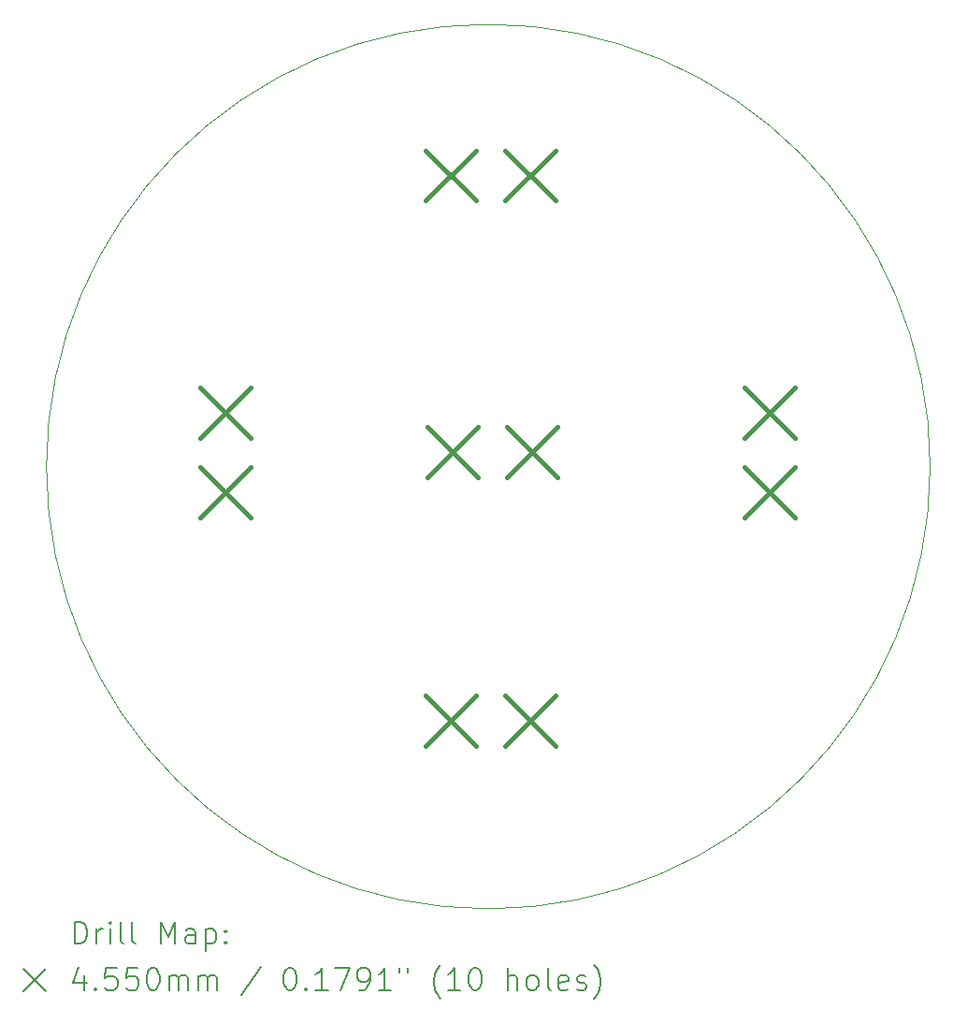
<source format=gbr>
%TF.GenerationSoftware,KiCad,Pcbnew,(6.0.9)*%
%TF.CreationDate,2023-02-05T00:50:20+02:00*%
%TF.ProjectId,power dis,706f7765-7220-4646-9973-2e6b69636164,rev?*%
%TF.SameCoordinates,Original*%
%TF.FileFunction,Drillmap*%
%TF.FilePolarity,Positive*%
%FSLAX45Y45*%
G04 Gerber Fmt 4.5, Leading zero omitted, Abs format (unit mm)*
G04 Created by KiCad (PCBNEW (6.0.9)) date 2023-02-05 00:50:20*
%MOMM*%
%LPD*%
G01*
G04 APERTURE LIST*
%ADD10C,0.100000*%
%ADD11C,0.200000*%
%ADD12C,0.455000*%
G04 APERTURE END LIST*
D10*
X24000000Y-6000000D02*
G75*
G03*
X24000000Y-6000000I-4000000J0D01*
G01*
D11*
D12*
X17389940Y-5284300D02*
X17844940Y-5739300D01*
X17844940Y-5284300D02*
X17389940Y-5739300D01*
X17389940Y-6004300D02*
X17844940Y-6459300D01*
X17844940Y-6004300D02*
X17389940Y-6459300D01*
X19435320Y-3140540D02*
X19890320Y-3595540D01*
X19890320Y-3140540D02*
X19435320Y-3595540D01*
X19435320Y-8070680D02*
X19890320Y-8525680D01*
X19890320Y-8070680D02*
X19435320Y-8525680D01*
X19452500Y-5644300D02*
X19907500Y-6099300D01*
X19907500Y-5644300D02*
X19452500Y-6099300D01*
X20155320Y-3140540D02*
X20610320Y-3595540D01*
X20610320Y-3140540D02*
X20155320Y-3595540D01*
X20155320Y-8070680D02*
X20610320Y-8525680D01*
X20610320Y-8070680D02*
X20155320Y-8525680D01*
X20172500Y-5644300D02*
X20627500Y-6099300D01*
X20627500Y-5644300D02*
X20172500Y-6099300D01*
X22320080Y-5284300D02*
X22775080Y-5739300D01*
X22775080Y-5284300D02*
X22320080Y-5739300D01*
X22320080Y-6004300D02*
X22775080Y-6459300D01*
X22775080Y-6004300D02*
X22320080Y-6459300D01*
D11*
X16252619Y-10315476D02*
X16252619Y-10115476D01*
X16300238Y-10115476D01*
X16328809Y-10125000D01*
X16347857Y-10144048D01*
X16357381Y-10163095D01*
X16366905Y-10201190D01*
X16366905Y-10229762D01*
X16357381Y-10267857D01*
X16347857Y-10286905D01*
X16328809Y-10305952D01*
X16300238Y-10315476D01*
X16252619Y-10315476D01*
X16452619Y-10315476D02*
X16452619Y-10182143D01*
X16452619Y-10220238D02*
X16462143Y-10201190D01*
X16471667Y-10191667D01*
X16490714Y-10182143D01*
X16509762Y-10182143D01*
X16576428Y-10315476D02*
X16576428Y-10182143D01*
X16576428Y-10115476D02*
X16566905Y-10125000D01*
X16576428Y-10134524D01*
X16585952Y-10125000D01*
X16576428Y-10115476D01*
X16576428Y-10134524D01*
X16700238Y-10315476D02*
X16681190Y-10305952D01*
X16671667Y-10286905D01*
X16671667Y-10115476D01*
X16805000Y-10315476D02*
X16785952Y-10305952D01*
X16776428Y-10286905D01*
X16776428Y-10115476D01*
X17033571Y-10315476D02*
X17033571Y-10115476D01*
X17100238Y-10258333D01*
X17166905Y-10115476D01*
X17166905Y-10315476D01*
X17347857Y-10315476D02*
X17347857Y-10210714D01*
X17338333Y-10191667D01*
X17319286Y-10182143D01*
X17281190Y-10182143D01*
X17262143Y-10191667D01*
X17347857Y-10305952D02*
X17328810Y-10315476D01*
X17281190Y-10315476D01*
X17262143Y-10305952D01*
X17252619Y-10286905D01*
X17252619Y-10267857D01*
X17262143Y-10248810D01*
X17281190Y-10239286D01*
X17328810Y-10239286D01*
X17347857Y-10229762D01*
X17443095Y-10182143D02*
X17443095Y-10382143D01*
X17443095Y-10191667D02*
X17462143Y-10182143D01*
X17500238Y-10182143D01*
X17519286Y-10191667D01*
X17528810Y-10201190D01*
X17538333Y-10220238D01*
X17538333Y-10277381D01*
X17528810Y-10296429D01*
X17519286Y-10305952D01*
X17500238Y-10315476D01*
X17462143Y-10315476D01*
X17443095Y-10305952D01*
X17624048Y-10296429D02*
X17633571Y-10305952D01*
X17624048Y-10315476D01*
X17614524Y-10305952D01*
X17624048Y-10296429D01*
X17624048Y-10315476D01*
X17624048Y-10191667D02*
X17633571Y-10201190D01*
X17624048Y-10210714D01*
X17614524Y-10201190D01*
X17624048Y-10191667D01*
X17624048Y-10210714D01*
X15795000Y-10545000D02*
X15995000Y-10745000D01*
X15995000Y-10545000D02*
X15795000Y-10745000D01*
X16338333Y-10602143D02*
X16338333Y-10735476D01*
X16290714Y-10525952D02*
X16243095Y-10668810D01*
X16366905Y-10668810D01*
X16443095Y-10716429D02*
X16452619Y-10725952D01*
X16443095Y-10735476D01*
X16433571Y-10725952D01*
X16443095Y-10716429D01*
X16443095Y-10735476D01*
X16633571Y-10535476D02*
X16538333Y-10535476D01*
X16528809Y-10630714D01*
X16538333Y-10621190D01*
X16557381Y-10611667D01*
X16605000Y-10611667D01*
X16624048Y-10621190D01*
X16633571Y-10630714D01*
X16643095Y-10649762D01*
X16643095Y-10697381D01*
X16633571Y-10716429D01*
X16624048Y-10725952D01*
X16605000Y-10735476D01*
X16557381Y-10735476D01*
X16538333Y-10725952D01*
X16528809Y-10716429D01*
X16824048Y-10535476D02*
X16728809Y-10535476D01*
X16719286Y-10630714D01*
X16728809Y-10621190D01*
X16747857Y-10611667D01*
X16795476Y-10611667D01*
X16814524Y-10621190D01*
X16824048Y-10630714D01*
X16833571Y-10649762D01*
X16833571Y-10697381D01*
X16824048Y-10716429D01*
X16814524Y-10725952D01*
X16795476Y-10735476D01*
X16747857Y-10735476D01*
X16728809Y-10725952D01*
X16719286Y-10716429D01*
X16957381Y-10535476D02*
X16976429Y-10535476D01*
X16995476Y-10545000D01*
X17005000Y-10554524D01*
X17014524Y-10573571D01*
X17024048Y-10611667D01*
X17024048Y-10659286D01*
X17014524Y-10697381D01*
X17005000Y-10716429D01*
X16995476Y-10725952D01*
X16976429Y-10735476D01*
X16957381Y-10735476D01*
X16938333Y-10725952D01*
X16928810Y-10716429D01*
X16919286Y-10697381D01*
X16909762Y-10659286D01*
X16909762Y-10611667D01*
X16919286Y-10573571D01*
X16928810Y-10554524D01*
X16938333Y-10545000D01*
X16957381Y-10535476D01*
X17109762Y-10735476D02*
X17109762Y-10602143D01*
X17109762Y-10621190D02*
X17119286Y-10611667D01*
X17138333Y-10602143D01*
X17166905Y-10602143D01*
X17185952Y-10611667D01*
X17195476Y-10630714D01*
X17195476Y-10735476D01*
X17195476Y-10630714D02*
X17205000Y-10611667D01*
X17224048Y-10602143D01*
X17252619Y-10602143D01*
X17271667Y-10611667D01*
X17281190Y-10630714D01*
X17281190Y-10735476D01*
X17376429Y-10735476D02*
X17376429Y-10602143D01*
X17376429Y-10621190D02*
X17385952Y-10611667D01*
X17405000Y-10602143D01*
X17433571Y-10602143D01*
X17452619Y-10611667D01*
X17462143Y-10630714D01*
X17462143Y-10735476D01*
X17462143Y-10630714D02*
X17471667Y-10611667D01*
X17490714Y-10602143D01*
X17519286Y-10602143D01*
X17538333Y-10611667D01*
X17547857Y-10630714D01*
X17547857Y-10735476D01*
X17938333Y-10525952D02*
X17766905Y-10783095D01*
X18195476Y-10535476D02*
X18214524Y-10535476D01*
X18233571Y-10545000D01*
X18243095Y-10554524D01*
X18252619Y-10573571D01*
X18262143Y-10611667D01*
X18262143Y-10659286D01*
X18252619Y-10697381D01*
X18243095Y-10716429D01*
X18233571Y-10725952D01*
X18214524Y-10735476D01*
X18195476Y-10735476D01*
X18176429Y-10725952D01*
X18166905Y-10716429D01*
X18157381Y-10697381D01*
X18147857Y-10659286D01*
X18147857Y-10611667D01*
X18157381Y-10573571D01*
X18166905Y-10554524D01*
X18176429Y-10545000D01*
X18195476Y-10535476D01*
X18347857Y-10716429D02*
X18357381Y-10725952D01*
X18347857Y-10735476D01*
X18338333Y-10725952D01*
X18347857Y-10716429D01*
X18347857Y-10735476D01*
X18547857Y-10735476D02*
X18433571Y-10735476D01*
X18490714Y-10735476D02*
X18490714Y-10535476D01*
X18471667Y-10564048D01*
X18452619Y-10583095D01*
X18433571Y-10592619D01*
X18614524Y-10535476D02*
X18747857Y-10535476D01*
X18662143Y-10735476D01*
X18833571Y-10735476D02*
X18871667Y-10735476D01*
X18890714Y-10725952D01*
X18900238Y-10716429D01*
X18919286Y-10687857D01*
X18928810Y-10649762D01*
X18928810Y-10573571D01*
X18919286Y-10554524D01*
X18909762Y-10545000D01*
X18890714Y-10535476D01*
X18852619Y-10535476D01*
X18833571Y-10545000D01*
X18824048Y-10554524D01*
X18814524Y-10573571D01*
X18814524Y-10621190D01*
X18824048Y-10640238D01*
X18833571Y-10649762D01*
X18852619Y-10659286D01*
X18890714Y-10659286D01*
X18909762Y-10649762D01*
X18919286Y-10640238D01*
X18928810Y-10621190D01*
X19119286Y-10735476D02*
X19005000Y-10735476D01*
X19062143Y-10735476D02*
X19062143Y-10535476D01*
X19043095Y-10564048D01*
X19024048Y-10583095D01*
X19005000Y-10592619D01*
X19195476Y-10535476D02*
X19195476Y-10573571D01*
X19271667Y-10535476D02*
X19271667Y-10573571D01*
X19566905Y-10811667D02*
X19557381Y-10802143D01*
X19538333Y-10773571D01*
X19528810Y-10754524D01*
X19519286Y-10725952D01*
X19509762Y-10678333D01*
X19509762Y-10640238D01*
X19519286Y-10592619D01*
X19528810Y-10564048D01*
X19538333Y-10545000D01*
X19557381Y-10516429D01*
X19566905Y-10506905D01*
X19747857Y-10735476D02*
X19633571Y-10735476D01*
X19690714Y-10735476D02*
X19690714Y-10535476D01*
X19671667Y-10564048D01*
X19652619Y-10583095D01*
X19633571Y-10592619D01*
X19871667Y-10535476D02*
X19890714Y-10535476D01*
X19909762Y-10545000D01*
X19919286Y-10554524D01*
X19928810Y-10573571D01*
X19938333Y-10611667D01*
X19938333Y-10659286D01*
X19928810Y-10697381D01*
X19919286Y-10716429D01*
X19909762Y-10725952D01*
X19890714Y-10735476D01*
X19871667Y-10735476D01*
X19852619Y-10725952D01*
X19843095Y-10716429D01*
X19833571Y-10697381D01*
X19824048Y-10659286D01*
X19824048Y-10611667D01*
X19833571Y-10573571D01*
X19843095Y-10554524D01*
X19852619Y-10545000D01*
X19871667Y-10535476D01*
X20176429Y-10735476D02*
X20176429Y-10535476D01*
X20262143Y-10735476D02*
X20262143Y-10630714D01*
X20252619Y-10611667D01*
X20233571Y-10602143D01*
X20205000Y-10602143D01*
X20185952Y-10611667D01*
X20176429Y-10621190D01*
X20385952Y-10735476D02*
X20366905Y-10725952D01*
X20357381Y-10716429D01*
X20347857Y-10697381D01*
X20347857Y-10640238D01*
X20357381Y-10621190D01*
X20366905Y-10611667D01*
X20385952Y-10602143D01*
X20414524Y-10602143D01*
X20433571Y-10611667D01*
X20443095Y-10621190D01*
X20452619Y-10640238D01*
X20452619Y-10697381D01*
X20443095Y-10716429D01*
X20433571Y-10725952D01*
X20414524Y-10735476D01*
X20385952Y-10735476D01*
X20566905Y-10735476D02*
X20547857Y-10725952D01*
X20538333Y-10706905D01*
X20538333Y-10535476D01*
X20719286Y-10725952D02*
X20700238Y-10735476D01*
X20662143Y-10735476D01*
X20643095Y-10725952D01*
X20633571Y-10706905D01*
X20633571Y-10630714D01*
X20643095Y-10611667D01*
X20662143Y-10602143D01*
X20700238Y-10602143D01*
X20719286Y-10611667D01*
X20728810Y-10630714D01*
X20728810Y-10649762D01*
X20633571Y-10668810D01*
X20805000Y-10725952D02*
X20824048Y-10735476D01*
X20862143Y-10735476D01*
X20881190Y-10725952D01*
X20890714Y-10706905D01*
X20890714Y-10697381D01*
X20881190Y-10678333D01*
X20862143Y-10668810D01*
X20833571Y-10668810D01*
X20814524Y-10659286D01*
X20805000Y-10640238D01*
X20805000Y-10630714D01*
X20814524Y-10611667D01*
X20833571Y-10602143D01*
X20862143Y-10602143D01*
X20881190Y-10611667D01*
X20957381Y-10811667D02*
X20966905Y-10802143D01*
X20985952Y-10773571D01*
X20995476Y-10754524D01*
X21005000Y-10725952D01*
X21014524Y-10678333D01*
X21014524Y-10640238D01*
X21005000Y-10592619D01*
X20995476Y-10564048D01*
X20985952Y-10545000D01*
X20966905Y-10516429D01*
X20957381Y-10506905D01*
M02*

</source>
